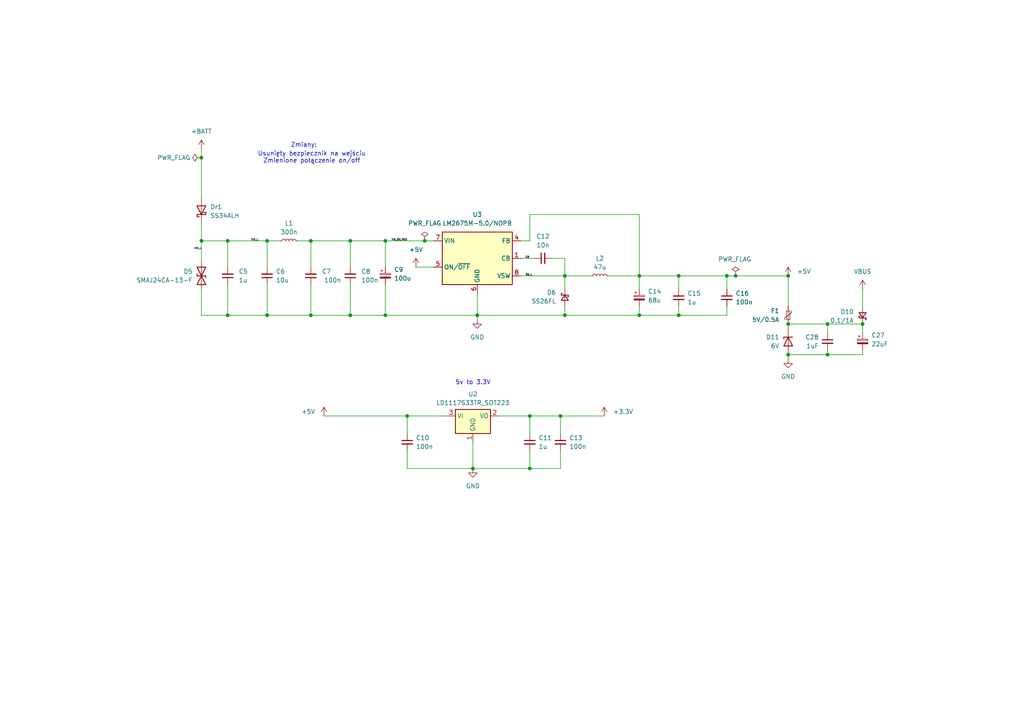
<source format=kicad_sch>
(kicad_sch (version 20231120) (generator "eeschema") (generator_version "8.0")
  (paper "A4")
  (lib_symbols
    (symbol "+5V_1" (power) (pin_numbers hide) (pin_names (offset 0) hide)
      (property "Value" "+5V" (at 0 3.556 0))
      (symbol "+5V_1_0_1"
        (polyline (pts (xy -0.762 1.27) (xy 0 2.54)))
        (polyline (pts (xy 0 0) (xy 0 2.54)))
        (polyline (pts (xy 0 2.54) (xy 0.762 1.27)))
      )
      (symbol "+5V_1_1_1"
        (pin power_in line (at 0 0 90) (length 0) (name "~") (number "1"))
      )
    )
    (symbol "Device:C_Polarized_Small" (pin_numbers hide) (pin_names (offset 0.254) hide)
      (property "Reference" "C" (at 0.254 1.778 0))
      (property "Value" "C_Polarized_Small" (at 0.254 -2.032 0))
      (symbol "C_Polarized_Small_0_1"
        (rectangle (start -1.524 -0.3048) (end 1.524 -0.6858) (fill (type outline)))
        (rectangle (start -1.524 0.6858) (end 1.524 0.3048))
        (polyline (pts (xy -1.27 1.524) (xy -0.762 1.524)))
        (polyline (pts (xy -1.016 1.27) (xy -1.016 1.778)))
      )
      (symbol "C_Polarized_Small_1_1"
        (pin passive line (at 0 2.54 270) (length 1.8542) (name "~") (number "1"))
        (pin passive line (at 0 -2.54 90) (length 1.8542) (name "~") (number "2"))
      )
    )
    (symbol "Device:C_Small" (pin_numbers hide) (pin_names (offset 0.254) hide)
      (property "Reference" "C" (at 0.254 1.778 0))
      (property "Value" "C_Small" (at 0.254 -2.032 0))
      (symbol "C_Small_0_1"
        (polyline (pts (xy -1.524 -0.508) (xy 1.524 -0.508)) (stroke (width 0.3302)))
        (polyline (pts (xy -1.524 0.508) (xy 1.524 0.508)) (stroke (width 0.3048)))
      )
      (symbol "C_Small_1_1"
        (pin passive line (at 0 2.54 270) (length 2.032) (name "~") (number "1"))
        (pin passive line (at 0 -2.54 90) (length 2.032) (name "~") (number "2"))
      )
    )
    (symbol "Device:D_Schottky_Small" (pin_numbers hide) (pin_names (offset 0.254) hide)
      (property "Reference" "D" (at -1.27 2.032 0))
      (property "Value" "D_Schottky_Small" (at -7.112 -2.032 0))
      (symbol "D_Schottky_Small_0_1"
        (polyline (pts (xy -0.762 0) (xy 0.762 0)))
        (polyline (pts (xy 0.762 -1.016) (xy -0.762 0) (xy 0.762 1.016) (xy 0.762 -1.016)) (stroke (width 0.254)))
        (polyline (pts (xy -1.27 0.762) (xy -1.27 1.016) (xy -0.762 1.016) (xy -0.762 -1.016) (xy -0.254 -1.016) (xy -0.254 -0.762)) (stroke (width 0.254)))
      )
      (symbol "D_Schottky_Small_1_1"
        (pin passive line (at -2.54 0 0) (length 1.778) (name "K") (number "1"))
        (pin passive line (at 2.54 0 180) (length 1.778) (name "A") (number "2"))
      )
    )
    (symbol "Device:D_TVS" (pin_numbers hide) (pin_names (offset 1.016) hide)
      (property "Reference" "D" (at 0 2.54 0))
      (property "Value" "D_TVS" (at 0 -2.54 0))
      (symbol "D_TVS_0_1"
        (polyline (pts (xy 1.27 0) (xy -1.27 0)))
        (polyline (pts (xy 0.508 1.27) (xy 0 1.27) (xy 0 -1.27) (xy -0.508 -1.27)) (stroke (width 0.254)))
        (polyline (pts (xy -2.54 1.27) (xy -2.54 -1.27) (xy 2.54 1.27) (xy 2.54 -1.27) (xy -2.54 1.27)) (stroke (width 0.254)))
      )
      (symbol "D_TVS_1_1"
        (pin passive line (at -3.81 0 0) (length 2.54) (name "A1") (number "1"))
        (pin passive line (at 3.81 0 180) (length 2.54) (name "A2") (number "2"))
      )
    )
    (symbol "Device:D_Zener" (pin_numbers hide) (pin_names (offset 1.016) hide)
      (property "Reference" "D" (at 0 2.54 0))
      (property "Value" "D_Zener" (at 0 -2.54 0))
      (symbol "D_Zener_0_1"
        (polyline (pts (xy 1.27 0) (xy -1.27 0)))
        (polyline (pts (xy -1.27 -1.27) (xy -1.27 1.27) (xy -0.762 1.27)) (stroke (width 0.254)))
        (polyline (pts (xy 1.27 -1.27) (xy 1.27 1.27) (xy -1.27 0) (xy 1.27 -1.27)) (stroke (width 0.254)))
      )
      (symbol "D_Zener_1_1"
        (pin passive line (at -3.81 0 0) (length 2.54) (name "K") (number "1"))
        (pin passive line (at 3.81 0 180) (length 2.54) (name "A") (number "2"))
      )
    )
    (symbol "Device:L_Small" (pin_numbers hide) (pin_names (offset 0.254) hide)
      (property "Reference" "L" (at 0.762 1.016 0))
      (property "Value" "L_Small" (at 0.762 -1.016 0))
      (symbol "L_Small_0_1"
        (arc (start 0 -2.032) (mid 0.5058 -1.524) (end 0 -1.016))
        (arc (start 0 -1.016) (mid 0.5058 -0.508) (end 0 0))
        (arc (start 0 0) (mid 0.5058 0.508) (end 0 1.016))
        (arc (start 0 1.016) (mid 0.5058 1.524) (end 0 2.032))
      )
      (symbol "L_Small_1_1"
        (pin passive line (at 0 2.54 270) (length 0.508) (name "~") (number "1"))
        (pin passive line (at 0 -2.54 90) (length 0.508) (name "~") (number "2"))
      )
    )
    (symbol "Device:Polyfuse_Small" (pin_numbers hide) (pin_names (offset 0))
      (property "Reference" "F" (at -1.905 0 90))
      (property "Value" "Polyfuse_Small" (at 1.905 0 90))
      (symbol "Polyfuse_Small_0_1"
        (rectangle (start -0.508 1.27) (end 0.508 -1.27))
        (polyline (pts (xy 0 2.54) (xy 0 -2.54)))
        (polyline (pts (xy -1.016 1.27) (xy -1.016 0.762) (xy 1.016 -0.762) (xy 1.016 -1.27)))
      )
      (symbol "Polyfuse_Small_1_1"
        (pin passive line (at 0 2.54 270) (length 0.635) (name "~") (number "1"))
        (pin passive line (at 0 -2.54 90) (length 0.635) (name "~") (number "2"))
      )
    )
    (symbol "Diode:1N5822" (pin_numbers hide) (pin_names (offset 1.016) hide)
      (property "Reference" "D" (at 0 2.54 0))
      (property "Value" "1N5822" (at 0 -2.54 0))
      (symbol "1N5822_0_1"
        (polyline (pts (xy 1.27 0) (xy -1.27 0)))
        (polyline (pts (xy 1.27 1.27) (xy 1.27 -1.27) (xy -1.27 0) (xy 1.27 1.27)) (stroke (width 0.254)))
        (polyline (pts (xy -1.905 0.635) (xy -1.905 1.27) (xy -1.27 1.27) (xy -1.27 -1.27) (xy -0.635 -1.27) (xy -0.635 -0.635)) (stroke (width 0.254)))
      )
      (symbol "1N5822_1_1"
        (pin passive line (at -3.81 0 0) (length 2.54) (name "K") (number "1"))
        (pin passive line (at 3.81 0 180) (length 2.54) (name "A") (number "2"))
      )
    )
    (symbol "GND_1" (power) (pin_numbers hide) (pin_names (offset 0) hide)
      (property "Value" "GND" (at 0 -3.81 0))
      (symbol "GND_1_0_1"
        (polyline (pts (xy 0 0) (xy 0 -1.27) (xy 1.27 -1.27) (xy 0 -2.54) (xy -1.27 -1.27) (xy 0 -1.27)))
      )
      (symbol "GND_1_1_1"
        (pin power_in line (at 0 0 270) (length 0) (name "~") (number "1"))
      )
    )
    (symbol "Regulator_Linear:LD1117S33TR_SOT223"
      (property "Reference" "U" (at -3.81 3.175 0))
      (property "Value" "LD1117S33TR_SOT223" (at 0 3.175 0))
      (symbol "LD1117S33TR_SOT223_0_1"
        (rectangle (start -5.08 -5.08) (end 5.08 1.905) (stroke (width 0.254)) (fill (type background)))
      )
      (symbol "LD1117S33TR_SOT223_1_1"
        (pin power_in line (at 0 -7.62 90) (length 2.54) (name "GND") (number "1"))
        (pin power_out line (at 7.62 0 180) (length 2.54) (name "VO") (number "2"))
        (pin power_in line (at -7.62 0 0) (length 2.54) (name "VI") (number "3"))
      )
    )
    (symbol "Regulator_Switching:LM2675M-5"
      (property "Reference" "U3" (at 0 12.7 0))
      (property "Value" "LM2675M-5.0/NOPB" (at 0 10.16 0))
      (symbol "LM2675M-5_0_1"
        (rectangle (start -10.16 7.62) (end 10.16 -7.62) (stroke (width 0.254)) (fill (type background)))
      )
      (symbol "LM2675M-5_1_1"
        (pin input line (at 12.7 0 180) (length 2.54) (name "CB") (number "1"))
        (pin no_connect line (at -10.16 -2.54 0) (length 2.54) hide (name "NC") (number "2"))
        (pin no_connect line (at -10.16 -5.08 0) (length 2.54) hide (name "NC") (number "3"))
        (pin input line (at 12.7 5.08 180) (length 2.54) (name "FB") (number "4"))
        (pin input line (at -12.7 -2.54 0) (length 2.54) (name "ON/~{OFF}") (number "5"))
        (pin power_in line (at 0 -10.16 90) (length 2.54) (name "GND") (number "6"))
        (pin power_in line (at -12.7 5.08 0) (length 2.54) (name "VIN") (number "7"))
        (pin output line (at 12.7 -5.08 180) (length 2.54) (name "VSW") (number "8"))
      )
    )
    (symbol "power:+3.3V" (power) (pin_names (offset 0))
      (property "Value" "+3.3V" (at 0 3.556 0))
      (symbol "+3.3V_0_1"
        (polyline (pts (xy -0.762 1.27) (xy 0 2.54)))
        (polyline (pts (xy 0 0) (xy 0 2.54)))
        (polyline (pts (xy 0 2.54) (xy 0.762 1.27)))
      )
      (symbol "+3.3V_1_1"
        (pin power_in line (at 0 0 90) (length 0) hide (name "+3.3V") (number "1"))
      )
    )
    (symbol "power:+5V" (power) (pin_names (offset 0))
      (property "Value" "+5V" (at 0 3.556 0))
      (symbol "+5V_0_1"
        (polyline (pts (xy -0.762 1.27) (xy 0 2.54)))
        (polyline (pts (xy 0 0) (xy 0 2.54)))
        (polyline (pts (xy 0 2.54) (xy 0.762 1.27)))
      )
      (symbol "+5V_1_1"
        (pin power_in line (at 0 0 90) (length 0) hide (name "+5V") (number "1"))
      )
    )
    (symbol "power:+BATT" (power) (pin_names (offset 0))
      (property "Value" "+BATT" (at 0 3.556 0))
      (symbol "+BATT_0_1"
        (polyline (pts (xy -0.762 1.27) (xy 0 2.54)))
        (polyline (pts (xy 0 0) (xy 0 2.54)))
        (polyline (pts (xy 0 2.54) (xy 0.762 1.27)))
      )
      (symbol "+BATT_1_1"
        (pin power_in line (at 0 0 90) (length 0) hide (name "+BATT") (number "1"))
      )
    )
    (symbol "power:GND" (power) (pin_names (offset 0))
      (property "Value" "GND" (at 0 -3.81 0))
      (symbol "GND_0_1"
        (polyline (pts (xy 0 0) (xy 0 -1.27) (xy 1.27 -1.27) (xy 0 -2.54) (xy -1.27 -1.27) (xy 0 -1.27)))
      )
      (symbol "GND_1_1"
        (pin power_in line (at 0 0 270) (length 0) hide (name "GND") (number "1"))
      )
    )
    (symbol "power:PWR_FLAG" (power) (pin_numbers hide) (pin_names (offset 0) hide)
      (property "Value" "PWR_FLAG" (at 0 3.81 0))
      (symbol "PWR_FLAG_0_0"
        (pin power_out line (at 0 0 90) (length 0) (name "pwr") (number "1"))
      )
      (symbol "PWR_FLAG_0_1"
        (polyline (pts (xy 0 0) (xy 0 1.27) (xy -1.016 1.905) (xy 0 2.54) (xy 1.016 1.905) (xy 0 1.27)))
      )
    )
    (symbol "power:VBUS" (power) (pin_numbers hide) (pin_names (offset 0) hide)
      (property "Value" "VBUS" (at 0 3.556 0))
      (symbol "VBUS_0_1"
        (polyline (pts (xy -0.762 1.27) (xy 0 2.54)))
        (polyline (pts (xy 0 0) (xy 0 2.54)))
        (polyline (pts (xy 0 2.54) (xy 0.762 1.27)))
      )
      (symbol "VBUS_1_1"
        (pin power_in line (at 0 0 90) (length 0) (name "~") (number "1"))
      )
    )
  )
  (junction (at 111.76 69.85))
  (junction (at 228.6 80.01))
  (junction (at 90.17 69.85))
  (junction (at 66.04 91.44))
  (junction (at 90.17 91.44))
  (junction (at 228.6 93.98))
  (junction (at 250.19 93.98))
  (junction (at 162.56 120.65))
  (junction (at 58.42 45.72))
  (junction (at 137.16 135.89))
  (junction (at 123.19 69.85))
  (junction (at 153.67 135.89))
  (junction (at 138.43 91.44))
  (junction (at 153.67 120.65))
  (junction (at 101.6 69.85))
  (junction (at 66.04 69.85))
  (junction (at 101.6 91.44))
  (junction (at 185.42 91.44))
  (junction (at 58.42 69.85))
  (junction (at 228.6 102.87))
  (junction (at 163.83 80.01))
  (junction (at 185.42 80.01))
  (junction (at 111.76 91.44))
  (junction (at 163.83 91.44))
  (junction (at 196.85 91.44))
  (junction (at 240.03 102.87))
  (junction (at 213.36 80.01))
  (junction (at 196.85 80.01))
  (junction (at 77.47 91.44))
  (junction (at 77.47 69.85))
  (junction (at 210.82 80.01))
  (junction (at 240.03 93.98))
  (junction (at 118.11 120.65))
  (wire (pts (xy 66.04 69.85) (xy 77.47 69.85)))
  (wire (pts (xy 153.67 120.65) (xy 153.67 125.73)))
  (wire (pts (xy 151.13 69.85) (xy 153.67 69.85)))
  (wire (pts (xy 58.42 69.85) (xy 58.42 76.2)))
  (wire (pts (xy 228.6 102.87) (xy 228.6 104.14)))
  (wire (pts (xy 163.83 74.93) (xy 163.83 80.01)))
  (wire (pts (xy 138.43 85.09) (xy 138.43 91.44)))
  (wire (pts (xy 144.78 120.65) (xy 153.67 120.65)))
  (wire (pts (xy 185.42 62.23) (xy 185.42 80.01)))
  (wire (pts (xy 123.19 69.85) (xy 125.73 69.85)))
  (wire (pts (xy 137.16 135.89) (xy 153.67 135.89)))
  (wire (pts (xy 250.19 83.82) (xy 250.19 88.9)))
  (wire (pts (xy 213.36 80.01) (xy 228.6 80.01)))
  (wire (pts (xy 118.11 135.89) (xy 137.16 135.89)))
  (wire (pts (xy 58.42 83.82) (xy 58.42 91.44)))
  (wire (pts (xy 185.42 80.01) (xy 196.85 80.01)))
  (wire (pts (xy 101.6 69.85) (xy 111.76 69.85)))
  (wire (pts (xy 185.42 91.44) (xy 196.85 91.44)))
  (wire (pts (xy 250.19 93.98) (xy 240.03 93.98)))
  (wire (pts (xy 240.03 93.98) (xy 240.03 96.52)))
  (wire (pts (xy 228.6 80.01) (xy 228.6 88.9)))
  (wire (pts (xy 101.6 69.85) (xy 101.6 77.47)))
  (wire (pts (xy 58.42 69.85) (xy 66.04 69.85)))
  (wire (pts (xy 120.65 77.47) (xy 125.73 77.47)))
  (wire (pts (xy 163.83 80.01) (xy 163.83 83.82)))
  (wire (pts (xy 58.42 43.18) (xy 58.42 45.72)))
  (wire (pts (xy 250.19 102.87) (xy 240.03 102.87)))
  (wire (pts (xy 90.17 69.85) (xy 90.17 77.47)))
  (wire (pts (xy 196.85 80.01) (xy 196.85 83.82)))
  (wire (pts (xy 118.11 120.65) (xy 129.54 120.65)))
  (wire (pts (xy 210.82 91.44) (xy 210.82 88.9)))
  (wire (pts (xy 196.85 88.9) (xy 196.85 91.44)))
  (wire (pts (xy 93.98 120.65) (xy 118.11 120.65)))
  (wire (pts (xy 185.42 80.01) (xy 185.42 83.82)))
  (wire (pts (xy 90.17 82.55) (xy 90.17 91.44)))
  (wire (pts (xy 151.13 80.01) (xy 163.83 80.01)))
  (wire (pts (xy 118.11 130.81) (xy 118.11 135.89)))
  (wire (pts (xy 210.82 80.01) (xy 213.36 80.01)))
  (wire (pts (xy 163.83 88.9) (xy 163.83 91.44)))
  (wire (pts (xy 250.19 93.98) (xy 250.19 96.52)))
  (wire (pts (xy 138.43 91.44) (xy 138.43 92.71)))
  (wire (pts (xy 77.47 91.44) (xy 90.17 91.44)))
  (wire (pts (xy 153.67 69.85) (xy 153.67 62.23)))
  (wire (pts (xy 58.42 45.72) (xy 58.42 57.15)))
  (wire (pts (xy 250.19 101.6) (xy 250.19 102.87)))
  (wire (pts (xy 153.67 120.65) (xy 162.56 120.65)))
  (wire (pts (xy 240.03 101.6) (xy 240.03 102.87)))
  (wire (pts (xy 176.53 80.01) (xy 185.42 80.01)))
  (wire (pts (xy 66.04 82.55) (xy 66.04 91.44)))
  (wire (pts (xy 90.17 91.44) (xy 101.6 91.44)))
  (wire (pts (xy 111.76 91.44) (xy 138.43 91.44)))
  (wire (pts (xy 151.13 74.93) (xy 154.94 74.93)))
  (wire (pts (xy 90.17 69.85) (xy 101.6 69.85)))
  (wire (pts (xy 111.76 69.85) (xy 123.19 69.85)))
  (wire (pts (xy 196.85 91.44) (xy 210.82 91.44)))
  (wire (pts (xy 196.85 80.01) (xy 210.82 80.01)))
  (wire (pts (xy 77.47 69.85) (xy 81.28 69.85)))
  (wire (pts (xy 58.42 64.77) (xy 58.42 69.85)))
  (wire (pts (xy 163.83 91.44) (xy 185.42 91.44)))
  (wire (pts (xy 86.36 69.85) (xy 90.17 69.85)))
  (wire (pts (xy 153.67 130.81) (xy 153.67 135.89)))
  (wire (pts (xy 153.67 62.23) (xy 185.42 62.23)))
  (wire (pts (xy 111.76 82.55) (xy 111.76 91.44)))
  (wire (pts (xy 118.11 120.65) (xy 118.11 125.73)))
  (wire (pts (xy 66.04 91.44) (xy 77.47 91.44)))
  (wire (pts (xy 66.04 69.85) (xy 66.04 77.47)))
  (wire (pts (xy 162.56 120.65) (xy 175.26 120.65)))
  (wire (pts (xy 101.6 91.44) (xy 111.76 91.44)))
  (wire (pts (xy 153.67 135.89) (xy 162.56 135.89)))
  (wire (pts (xy 185.42 91.44) (xy 185.42 88.9)))
  (wire (pts (xy 163.83 80.01) (xy 171.45 80.01)))
  (wire (pts (xy 160.02 74.93) (xy 163.83 74.93)))
  (wire (pts (xy 77.47 82.55) (xy 77.47 91.44)))
  (wire (pts (xy 162.56 130.81) (xy 162.56 135.89)))
  (wire (pts (xy 58.42 91.44) (xy 66.04 91.44)))
  (wire (pts (xy 240.03 93.98) (xy 228.6 93.98)))
  (wire (pts (xy 111.76 69.85) (xy 111.76 77.47)))
  (wire (pts (xy 210.82 80.01) (xy 210.82 83.82)))
  (wire (pts (xy 101.6 82.55) (xy 101.6 91.44)))
  (wire (pts (xy 228.6 93.98) (xy 228.6 95.25)))
  (wire (pts (xy 77.47 69.85) (xy 77.47 77.47)))
  (wire (pts (xy 137.16 128.27) (xy 137.16 135.89)))
  (wire (pts (xy 138.43 91.44) (xy 163.83 91.44)))
  (wire (pts (xy 240.03 102.87) (xy 228.6 102.87)))
  (wire (pts (xy 162.56 120.65) (xy 162.56 125.73)))
  (text "Zmiany:" (at 88.138 42.164 0) (effects (font (size 1.27 1.27))))
  (text "Usunięty bezpiecznik na wejściu\nZmienione połączenie on/off" (at 90.424 45.72 0) (effects (font (size 1.27 1.27))))
  (text "5v to 3.3V" (at 132.08 111.76 0) (effects (font (size 1.27 1.27)) (justify left bottom)))
  (label "VIN_L" (at 74.93 69.85 180) (effects (font (size 0.5 0.5))))
  (label "CB" (at 152.4 74.93 0) (effects (font (size 0.5 0.5))))
  (label "VIN_SW_REG" (at 118.11 69.85 180) (effects (font (size 0.5 0.5))))
  (label "VIN_L" (at 58.42 72.39 180) (effects (font (size 0.5 0.5))))
  (label "SW_L" (at 152.4 80.01 0) (effects (font (size 0.5 0.5))))
  (symbol (lib_id "Device:Polyfuse_Small") (at 228.6 91.44 0) (mirror y) (unit 1)
    (property "Reference" "F1" (at 226.06 90.1699 0) (effects (justify left)))
    (property "Value" "5V/0.5A" (at 226.06 92.7099 0) (effects (justify left)))
    (property "Description" "Resettable fuse, polymeric positive temperature coefficient, small symbol" (effects (hide yes)))
  )
  (symbol (lib_id "Device:D_Schottky_Small") (at 250.19 91.44 270) (mirror x) (unit 1)
    (property "Reference" "D10" (at 247.65 90.4239 90) (effects (justify right)))
    (property "Value" "0.1/1A" (at 247.65 92.9639 90) (effects (justify right)))
    (property "Description" "Schottky diode, small symbol" (effects (hide yes)))
  )
  (symbol (lib_id "Device:C_Small") (at 240.03 99.06 0) (mirror y) (unit 1)
    (property "Reference" "C28" (at 237.49 97.7962 0) (effects (justify left)))
    (property "Value" "1uF" (at 237.49 100.3362 0) (effects (justify left)))
    (property "Description" "Unpolarized capacitor, small symbol" (effects (hide yes)))
  )
  (symbol (lib_id "Device:C_Polarized_Small") (at 111.76 80.01 0) (unit 1)
    (property "Reference" "C9" (at 114.3 78.1939 0) (effects (justify left)))
    (property "Value" "100u" (at 114.3 80.7339 0) (effects (justify left)))
    (property "Footprint" "Capacitor_SMD:CP_Elec_6.3x7.7" (effects (hide yes)))
    (property "mouser" "https://www.mouser.pl/ProductDetail/Wurth-Elektronik/865080545012?qs=sGAEpiMZZMvwFf0viD3Y3aZipiehufnXd0sMoxxC1VosESYZCg0Q6Q%3D%3D" (effects (hide yes)))
    (property "m" "865080545012" (effects (hide yes)))
  )
  (symbol (lib_id "Device:D_TVS") (at 58.42 80.01 90) (unit 1)
    (property "Reference" "D5" (at 55.88 78.74 90) (effects (justify left)))
    (property "Value" "SMAJ24CA-13-F" (at 55.88 81.28 90) (effects (justify left)))
    (property "Footprint" "Diode_SMD:D_SMA" (effects (hide yes)))
    (property "Datasheet" "https://www.mouser.pl/datasheet/2/115/DIOD_S_A0011538071_1-2543697.pdf" (effects (hide yes)))
    (property "Mouser Part Number" "621-SMAJ24CA-13-F" (effects (hide yes)))
    (property "Mouser Price/Stock" "https://www.mouser.pl/ProductDetail/Diodes-Incorporated/SMAJ24CA-13-F?qs=gaDBXWSqsDA5MVRJAApKgw%3D%3D" (effects (hide yes)))
    (property "Manufacturer_Part_Number" "SMAJ24CA-13-F" (effects (hide yes)))
  )
  (symbol (lib_id "power:PWR_FLAG") (at 58.42 45.72 90) (unit 1)
    (property "Reference" "#FLG03" (effects (hide yes)))
    (property "Value" "PWR_FLAG" (at 55.245 45.72 90) (effects (justify left)))
  )
  (symbol (lib_id "Device:C_Small") (at 153.67 128.27 0) (unit 1)
    (property "Reference" "C11" (at 156.21 127.0063 0) (effects (justify left)))
    (property "Value" "1u" (at 156.21 129.5463 0) (effects (justify left)))
    (property "Footprint" "Capacitor_SMD:C_0603_1608Metric" (effects (hide yes)))
    (property "m" "CL10B105KB8NQNC" (effects (hide yes)))
  )
  (symbol (lib_id "Device:C_Polarized_Small") (at 250.19 99.06 0) (unit 1)
    (property "Reference" "C27" (at 252.73 97.2438 0) (effects (justify left)))
    (property "Value" "22uF" (at 252.73 99.7838 0) (effects (justify left)))
    (property "Description" "Polarized capacitor, small symbol" (effects (hide yes)))
  )
  (symbol (lib_id "Device:C_Small") (at 101.6 80.01 180) (unit 1)
    (property "Reference" "C8" (at 104.775 78.7336 0) (effects (justify right)))
    (property "Value" "100n" (at 104.775 81.2736 0) (effects (justify right)))
    (property "Footprint" "Capacitor_SMD:C_0603_1608Metric" (effects (hide yes)))
    (property "m" "C0603C104K5RAC3121" (effects (hide yes)))
  )
  (symbol (lib_id "Device:C_Small") (at 66.04 80.01 180) (unit 1)
    (property "Reference" "C5" (at 69.215 78.7336 0) (effects (justify right)))
    (property "Value" "1u" (at 69.215 81.2736 0) (effects (justify right)))
    (property "Footprint" "Capacitor_SMD:C_0603_1608Metric" (effects (hide yes)))
    (property "m" "CL10B105KB8NQNC" (effects (hide yes)))
  )
  (symbol (lib_name "GND_1") (lib_id "power:GND") (at 228.6 104.14 0) (mirror y) (unit 1)
    (property "Reference" "#PWR041" (effects (hide yes)))
    (property "Value" "GND" (at 228.6 109.22 0))
    (property "Description" "Power symbol creates a global label with name \"GND\" , ground" (effects (hide yes)))
  )
  (symbol (lib_id "power:PWR_FLAG") (at 123.19 69.85 0) (unit 1)
    (property "Reference" "#FLG04" (effects (hide yes)))
    (property "Value" "PWR_FLAG" (at 123.19 64.77 0))
  )
  (symbol (lib_id "Device:C_Small") (at 162.56 128.27 0) (unit 1)
    (property "Reference" "C13" (at 165.1 127.0063 0) (effects (justify left)))
    (property "Value" "100n" (at 165.1 129.5463 0) (effects (justify left)))
    (property "Footprint" "Capacitor_SMD:C_0603_1608Metric" (effects (hide yes)))
    (property "m" "C0603C104K5RAC3121" (effects (hide yes)))
  )
  (symbol (lib_id "power:+5V") (at 228.6 80.01 0) (unit 1)
    (property "Reference" "#PWR010" (effects (hide yes)))
    (property "Value" "+5V" (at 231.14 78.74 0) (effects (justify left)))
  )
  (symbol (lib_id "Device:C_Polarized_Small") (at 185.42 86.36 0) (unit 1)
    (property "Reference" "C14" (at 187.96 84.5439 0) (effects (justify left)))
    (property "Value" "68u" (at 187.96 87.0839 0) (effects (justify left)))
    (property "Footprint" "Capacitor_SMD:CP_Elec_6.3x5.4" (effects (hide yes)))
    (property "Datasheet" "https://www.mouser.pl/ProductDetail/Wurth-Elektronik/865080243006?qs=0KOYDY2FL2%252Bzh3fs6MlnCA%3D%3D" (effects (hide yes)))
    (property "m" "865080243006" (effects (hide yes)))
  )
  (symbol (lib_id "Device:C_Small") (at 196.85 86.36 0) (unit 1)
    (property "Reference" "C15" (at 199.39 85.0963 0) (effects (justify left)))
    (property "Value" "1u" (at 199.39 87.6363 0) (effects (justify left)))
    (property "Footprint" "Capacitor_SMD:C_0603_1608Metric" (effects (hide yes)))
    (property "m" "CL10B105KB8NQNC" (effects (hide yes)))
  )
  (symbol (lib_id "Diode:1N5822") (at 58.42 60.96 90) (unit 1)
    (property "Reference" "Dr1" (at 60.96 60.0075 90) (effects (justify right)))
    (property "Value" "SS34ALH" (at 60.96 62.5475 90) (effects (justify right)))
    (property "Footprint" "Diode_SMD:D_SMA" (effects (hide yes)))
    (property "Datasheet" "https://www.mouser.pl/ProductDetail/Taiwan-Semiconductor/SS34ALH?qs=A6eO%252BMLsxmQip%2FrgNup6RA%3D%3D" (effects (hide yes)))
  )
  (symbol (lib_id "power:+5V") (at 93.98 120.65 0) (mirror y) (unit 1)
    (property "Reference" "#PWR06" (effects (hide yes)))
    (property "Value" "+5V" (at 91.44 119.38 0) (effects (justify left)))
  )
  (symbol (lib_name "+5V_1") (lib_id "power:+5V") (at 120.65 77.47 0) (unit 1)
    (property "Reference" "#PWR011" (effects (hide yes)))
    (property "Value" "+5V" (at 120.65 72.39 0))
    (property "Description" "Power symbol creates a global label with name \"+5V\"" (effects (hide yes)))
  )
  (symbol (lib_id "Device:L_Small") (at 83.82 69.85 90) (unit 1)
    (property "Reference" "L1" (at 83.82 64.77 90))
    (property "Value" "300n" (at 83.82 67.31 90))
    (property "Footprint" "Inductor_SMD:L_0603_1608Metric" (effects (hide yes)))
    (property "mouser" "https://www.mouser.pl/ProductDetail/ABRACON/ASMPL-0603-R33M-T?qs=f9yNj16SXrLiYO3t9Uxp2w%3D%3D" (effects (hide yes)))
    (property "m" "ASMPL-0603-R33M-T" (effects (hide yes)))
  )
  (symbol (lib_id "Device:C_Small") (at 157.48 74.93 90) (unit 1)
    (property "Reference" "C12" (at 157.4863 68.58 90))
    (property "Value" "10n" (at 157.4863 71.12 90))
    (property "Footprint" "Capacitor_SMD:C_0603_1608Metric" (effects (hide yes)))
    (property "m" "C0603C103J5RAC7411" (effects (hide yes)))
  )
  (symbol (lib_id "Regulator_Switching:LM2675M-5") (at 138.43 74.93 0) (unit 1)
    (property "Reference" "U3" (at 138.43 62.23 0))
    (property "Value" "LM2675M-5.0/NOPB" (at 138.43 64.77 0))
    (property "Footprint" "Package_SO:SOIC-8_3.9x4.9mm_P1.27mm" (effects (hide yes)))
    (property "Datasheet" "http://www.ti.com/lit/ds/symlink/lm2675.pdf" (effects (hide yes)))
  )
  (symbol (lib_id "Regulator_Linear:LD1117S33TR_SOT223") (at 137.16 120.65 0) (unit 1)
    (property "Reference" "U2" (at 137.16 114.3 0))
    (property "Value" "LD1117S33TR_SOT223" (at 137.16 116.84 0))
    (property "Footprint" "Package_TO_SOT_SMD:SOT-223-3_TabPin2" (effects (hide yes)))
    (property "Datasheet" "http://www.st.com/st-web-ui/static/active/en/resource/technical/document/datasheet/CD00000544.pdf" (effects (hide yes)))
  )
  (symbol (lib_id "power:GND") (at 137.16 135.89 0) (unit 1)
    (property "Reference" "#PWR07" (effects (hide yes)))
    (property "Value" "GND" (at 137.16 140.97 0))
  )
  (symbol (lib_id "power:VBUS") (at 250.19 83.82 0) (mirror y) (unit 1)
    (property "Reference" "#PWR040" (effects (hide yes)))
    (property "Value" "VBUS" (at 250.19 78.74 0))
    (property "Description" "Power symbol creates a global label with name \"VBUS\"" (effects (hide yes)))
  )
  (symbol (lib_id "Device:C_Small") (at 210.82 86.36 0) (unit 1)
    (property "Reference" "C16" (at 213.36 85.0963 0) (effects (justify left)))
    (property "Value" "100n" (at 213.36 87.6363 0) (effects (justify left)))
    (property "Footprint" "Capacitor_SMD:C_0603_1608Metric" (effects (hide yes)))
    (property "m" "C0603C104K5RAC3121" (effects (hide yes)))
  )
  (symbol (lib_id "power:GND") (at 138.43 92.71 0) (unit 1)
    (property "Reference" "#PWR08" (effects (hide yes)))
    (property "Value" "GND" (at 138.43 97.79 0))
  )
  (symbol (lib_id "Device:D_Schottky_Small") (at 163.83 86.36 90) (mirror x) (unit 1)
    (property "Reference" "D6" (at 161.29 84.836 90) (effects (justify left)))
    (property "Value" "SS26FL" (at 161.29 87.376 90) (effects (justify left)))
    (property "Footprint" "Diode_SMD:D_SOD-123" (effects (hide yes)))
  )
  (symbol (lib_id "power:+BATT") (at 58.42 43.18 0) (unit 1)
    (property "Reference" "#PWR05" (effects (hide yes)))
    (property "Value" "+BATT" (at 58.42 38.1 0))
  )
  (symbol (lib_id "power:PWR_FLAG") (at 213.36 80.01 0) (unit 1)
    (property "Reference" "#FLG05" (effects (hide yes)))
    (property "Value" "PWR_FLAG" (at 213.106 75.184 0))
  )
  (symbol (lib_id "Device:C_Small") (at 90.17 80.01 180) (unit 1)
    (property "Reference" "C7" (at 93.345 78.7336 0) (effects (justify right)))
    (property "Value" "100n" (at 93.98 81.2736 0) (effects (justify right)))
    (property "Footprint" "Capacitor_SMD:C_0603_1608Metric" (effects (hide yes)))
    (property "m" "C0603C104K5RAC3121" (effects (hide yes)))
  )
  (symbol (lib_id "Device:L_Small") (at 173.99 80.01 90) (unit 1)
    (property "Reference" "L2" (at 173.99 74.93 90))
    (property "Value" "47u" (at 173.99 77.47 90))
    (property "Footprint" "Inductor_SMD:L_6.3x6.3_H3" (effects (hide yes)))
    (property "Datasheet" "https://www.we-online.com/components/products/datasheet/7447786147.pdf" (effects (hide yes)))
    (property "mouser" "https://www.mouser.pl/ProductDetail/Wurth-Elektronik/7447786147?qs=%252B97ACBfLqz%252B7a80Gj2SD2A%3D%3D" (effects (hide yes)))
    (property "m" "7447786147" (effects (hide yes)))
  )
  (symbol (lib_id "power:+3.3V") (at 175.26 120.65 0) (unit 1)
    (property "Reference" "#PWR09" (effects (hide yes)))
    (property "Value" "+3.3V" (at 177.8 119.38 0) (effects (justify left)))
  )
  (symbol (lib_id "Device:C_Small") (at 118.11 128.27 0) (unit 1)
    (property "Reference" "C10" (at 120.65 127.0063 0) (effects (justify left)))
    (property "Value" "100n" (at 120.65 129.5463 0) (effects (justify left)))
    (property "Footprint" "Capacitor_SMD:C_0603_1608Metric" (effects (hide yes)))
    (property "m" "C0603C104K5RAC3121" (effects (hide yes)))
  )
  (symbol (lib_id "Device:D_Zener") (at 228.6 99.06 90) (mirror x) (unit 1)
    (property "Reference" "D11" (at 226.06 97.7899 90) (effects (justify left)))
    (property "Value" "6V" (at 226.06 100.3299 90) (effects (justify left)))
    (property "Description" "Zener diode" (effects (hide yes)))
  )
  (symbol (lib_id "Device:C_Small") (at 77.47 80.01 180) (unit 1)
    (property "Reference" "C6" (at 80.01 78.7336 0) (effects (justify right)))
    (property "Value" "10u" (at 80.01 81.2736 0) (effects (justify right)))
    (property "Footprint" "Capacitor_SMD:C_0603_1608Metric" (effects (hide yes)))
    (property "m" "GRM188R6YA106MA73J" (effects (hide yes)))
  )
)
</source>
